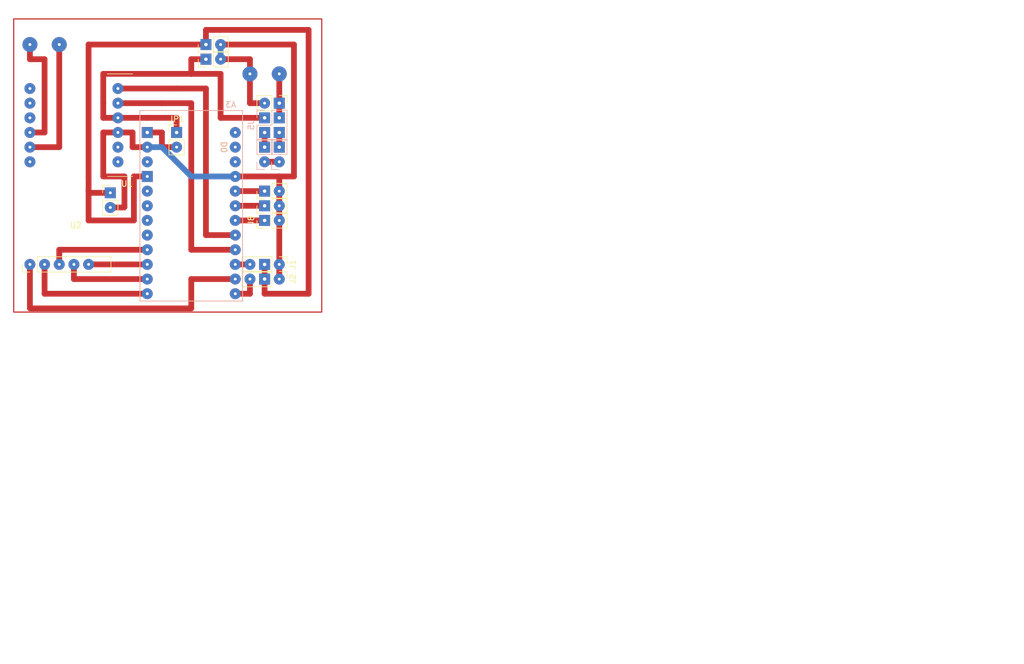
<source format=kicad_pcb>
(kicad_pcb (version 20221018) (generator pcbnew)
  (layers (0 "F.Cu" signal) (31 "B.Cu" signal) (34 "B.Paste" user) (35 "F.Paste" user) (36 "B.SilkS" user "B.Silkscreen") (37 "F.SilkS" user "F.Silkscreen") (38 "B.Mask" user) (39 "F.Mask" user) (44 "Edge.Cuts" user))
  (net 0 "")
  (net 1 "+5V")
  (net 2 "NRF_CE")
  (net 3 "NRF_CSN")
  (net 4 "NRF_SCK")
  (net 5 "NRF_MOSI")
  (net 6 "NRF_MISO")
  (net 7 "PIN_LED")
  (net 8 "PIN_SERVO")
  (net 9 "PIN_HORN")
  (net 10 "PIN_MOTOR_1")
  (net 11 "PIN_MOTOR_2")
  (net 20 "Net-(J6-Pin_1)")
  (net 21 "Net-(J6-Pin_2)")
  (net 28 "+8V")
  (net 29 "GND")
  (net 30 "+BATT")
  (net 31 "-BATT")
  (net 32 "Net-(JP1-B)")
  (net 33 "LAMPS")
  (net 34 "EXTRA")
  (footprint "Connector_PinHeader_2.54mm:PinHeader_1x02_P2.54mm_Vertical" (layer "F.Cu") (at 58.42 45.72 90)
    (fp_text reference "" (at 0 -2.33 90) (layer "F.SilkS"))
    (fp_text value "Extra")
    (fp_line (start -1.33 -1.33) (end 0 -1.33) (stroke (width 0.12)) (layer "F.SilkS"))
    (fp_line (start -1.33 0) (end -1.33 -1.33) (stroke (width 0.12)) (layer "F.SilkS"))
    (fp_line (start -1.33 1.27) (end -1.33 3.87) (stroke (width 0.12)) (layer "F.SilkS"))
    (fp_line (start -1.33 1.27) (end 1.33 1.27) (stroke (width 0.12)) (layer "F.SilkS"))
    (fp_line (start -1.33 3.87) (end 1.33 3.87) (stroke (width 0.12)) (layer "F.SilkS"))
    (fp_line (start 1.33 1.27) (end 1.33 3.87) (stroke (width 0.12)) (layer "F.SilkS"))
    (pad "1" thru_hole rect (at 0 0 90) (size 1.9 1.9) (drill 0.6) (layers "*.Cu" "*.Mask") (net 34 "EXTRA"))
    (pad "2" thru_hole oval (at 0 2.54 90) (size 1.9 1.9) (drill 0.5) (layers "*.Cu" "*.Mask") (net 29 "GND"))
  )
  (footprint "Connector_PinHeader_2.54mm:PinHeader_1x03_P2.54mm_Vertical" (layer "F.Cu") (at 60.96 58.42 -90)
    (fp_text reference "J1" (at 0 -2.33 90) (layer "F.SilkS"))
    (fp_text value "Led")
    (fp_line (start -1.33 -1.33) (end 0 -1.33) (stroke (width 0.12)) (layer "F.SilkS"))
    (fp_line (start -1.33 0) (end -1.33 -1.33) (stroke (width 0.12)) (layer "F.SilkS"))
    (fp_line (start -1.33 1.27) (end -1.33 6.41) (stroke (width 0.12)) (layer "F.SilkS"))
    (fp_line (start -1.33 1.27) (end 1.33 1.27) (stroke (width 0.12)) (layer "F.SilkS"))
    (fp_line (start -1.33 6.41) (end 1.33 6.41) (stroke (width 0.12)) (layer "F.SilkS"))
    (fp_line (start 1.33 1.27) (end 1.33 6.41) (stroke (width 0.12)) (layer "F.SilkS"))
    (pad "1" thru_hole oval (at 0 0 270) (size 1.9 1.9) (drill 0.5) (layers "*.Cu" "*.Mask") (net 29 "GND"))
    (pad "2" thru_hole rect (at 0 2.54 270) (size 1.9 1.9) (drill 0.6) (layers "*.Cu" "*.Mask") (net 1 "+5V"))
    (pad "3" thru_hole oval (at 0 5.08 270) (size 1.9 1.9) (drill 0.5) (layers "*.Cu" "*.Mask") (net 7 "PIN_LED"))
  )
  (footprint "" (layer "F.Cu") (at 22.86 20.32 90)
    (fp_text reference "" (at 0 0 90) (layer "F.SilkS") (effects (font (size 1.27 1.27))))
    (fp_text value "" (at 0 0 90) (layer "F.SilkS") (effects (font (size 1.27 1.27))))
    (pad "1" thru_hole oval (at 0 0) (size 2.6 2.6) (drill 0.5) (layers "*.Cu" "*.Mask") (net 20 "Net-(J6-Pin_1)"))
  )
  (footprint "Package_SO:TSSOP-16_4.4x5mm_P0.65mm" (layer "F.Cu") (at 25.4 35.56 180)
    (fp_text reference "U1" (at -9.188423 -8.883049) (layer "F.SilkS"))
    (fp_text value "DRV8833")
    (fp_line (start -7.986051 10.16) (end -10.186051 10.16) (stroke (width 0.12)) (layer "F.SilkS"))
    (fp_line (start -7.986051 10.16) (end -5.786051 10.16) (stroke (width 0.12)) (layer "F.SilkS"))
    (fp_line (start -5.82 -7.62) (end -10.16 -7.62) (stroke (width 0.12)) (layer "F.SilkS"))
    (pad "1" thru_hole oval (at 7.62 -5.08 90) (size 1.9 1.9) (drill 0.5) (layers "*.Cu" "*.Mask"))
    (pad "2" thru_hole oval (at 7.62 -2.54 90) (size 1.9 1.9) (drill 0.5) (layers "*.Cu" "*.Mask") (net 20 "Net-(J6-Pin_1)"))
    (pad "4" thru_hole oval (at 7.62 0 90) (size 1.9 1.9) (drill 0.5) (layers "*.Cu" "*.Mask") (net 21 "Net-(J6-Pin_2)"))
    (pad "5" thru_hole oval (at 7.62 5.08 90) (size 1.9 1.9) (drill 0.5) (layers "*.Cu" "*.Mask"))
    (pad "7" thru_hole oval (at 7.62 2.54 90) (size 1.9 1.9) (drill 0.5) (layers "*.Cu" "*.Mask"))
    (pad "8" thru_hole oval (at 7.62 7.62 90) (size 1.9 1.9) (drill 0.5) (layers "*.Cu" "*.Mask"))
    (pad "9" thru_hole oval (at -7.62 -2.54 90) (size 1.9 1.9) (drill 0.5) (layers "*.Cu" "*.Mask"))
    (pad "10" thru_hole oval (at -7.62 -5.08 90) (size 1.9 1.9) (drill 0.5) (layers "*.Cu" "*.Mask"))
    (pad "11" thru_hole oval (at -7.62 2.54 90) (size 1.9 1.9) (drill 0.5) (layers "*.Cu" "*.Mask") (net 28 "+8V"))
    (pad "13" thru_hole oval (at -7.62 0 90) (size 1.9 1.9) (drill 0.5) (layers "*.Cu" "*.Mask") (net 29 "GND"))
    (pad "15" thru_hole oval (at -7.62 5.08 90) (size 1.9 1.9) (drill 0.5) (layers "*.Cu" "*.Mask") (net 11 "PIN_MOTOR_2"))
    (pad "16" thru_hole oval (at -7.62 7.62 90) (size 1.9 1.9) (drill 0.5) (layers "*.Cu" "*.Mask") (net 10 "PIN_MOTOR_1"))
  )
  (footprint "" (layer "F.Cu") (at 55.88 25.4)
    (fp_text reference "" (at 0 0) (layer "F.SilkS") (effects (font (size 1.27 1.27))))
    (fp_text value "" (at 0 0) (layer "F.SilkS") (effects (font (size 1.27 1.27))))
    (pad "2" thru_hole oval (at 0 0 270) (size 2.6 2.6) (drill 0.5) (layers "*.Cu" "*.Mask") (net 29 "GND"))
  )
  (footprint "Connector_PinHeader_2.54mm:PinHeader_1x02_P2.54mm_Vertical" (layer "F.Cu") (at 60.96 30.48 -90)
    (fp_text reference "" (at 0 -2.33 -270) (layer "F.SilkS"))
    (fp_text value "Power")
    (fp_line (start -1.33 -1.33) (end 0 -1.33) (stroke (width 0.12)) (layer "F.SilkS"))
    (fp_line (start -1.33 0) (end -1.33 -1.33) (stroke (width 0.12)) (layer "F.SilkS"))
    (fp_line (start -1.33 1.27) (end -1.33 3.87) (stroke (width 0.12)) (layer "F.SilkS"))
    (fp_line (start -1.33 1.27) (end 1.33 1.27) (stroke (width 0.12)) (layer "F.SilkS"))
    (fp_line (start -1.33 3.87) (end 1.33 3.87) (stroke (width 0.12)) (layer "F.SilkS"))
    (fp_line (start 1.33 1.27) (end 1.33 3.87) (stroke (width 0.12)) (layer "F.SilkS"))
    (pad "1" thru_hole rect (at 0 0 270) (size 1.9 1.9) (drill 0.6) (layers "*.Cu" "*.Mask") (net 28 "+8V"))
    (pad "2" thru_hole oval (at 0 2.54 270) (size 1.9 1.9) (drill 0.5) (layers "*.Cu" "*.Mask") (net 29 "GND"))
  )
  (footprint "Connector_PinHeader_2.54mm:PinHeader_1x02_P2.54mm_Vertical" (layer "F.Cu") (at 48.26 22.86 90)
    (fp_text reference "" (at 0 -2.33 90) (layer "F.SilkS"))
    (fp_text value "Reg-IN")
    (fp_line (start -1.33 -1.33) (end 0 -1.33) (stroke (width 0.12)) (layer "F.SilkS"))
    (fp_line (start -1.33 0) (end -1.33 -1.33) (stroke (width 0.12)) (layer "F.SilkS"))
    (fp_line (start -1.33 1.27) (end -1.33 3.87) (stroke (width 0.12)) (layer "F.SilkS"))
    (fp_line (start -1.33 1.27) (end 1.33 1.27) (stroke (width 0.12)) (layer "F.SilkS"))
    (fp_line (start -1.33 3.87) (end 1.33 3.87) (stroke (width 0.12)) (layer "F.SilkS"))
    (fp_line (start 1.33 1.27) (end 1.33 3.87) (stroke (width 0.12)) (layer "F.SilkS"))
    (pad "1" thru_hole rect (at 0 0 90) (size 1.9 1.9) (drill 0.6) (layers "*.Cu" "*.Mask") (net 28 "+8V"))
    (pad "2" thru_hole oval (at 0 2.54 90) (size 1.9 1.9) (drill 0.5) (layers "*.Cu" "*.Mask") (net 29 "GND"))
  )
  (footprint "Connector_PinHeader_2.54mm:PinHeader_1x02_P2.54mm_Vertical" (layer "F.Cu") (at 58.42 50.8 90)
    (fp_text reference "J8" (at 0 -2.33 90) (layer "F.SilkS"))
    (fp_text value "Horn")
    (fp_line (start -1.33 -1.33) (end 0 -1.33) (stroke (width 0.12)) (layer "F.SilkS"))
    (fp_line (start -1.33 0) (end -1.33 -1.33) (stroke (width 0.12)) (layer "F.SilkS"))
    (fp_line (start -1.33 1.27) (end -1.33 3.87) (stroke (width 0.12)) (layer "F.SilkS"))
    (fp_line (start -1.33 1.27) (end 1.33 1.27) (stroke (width 0.12)) (layer "F.SilkS"))
    (fp_line (start -1.33 3.87) (end 1.33 3.87) (stroke (width 0.12)) (layer "F.SilkS"))
    (fp_line (start 1.33 1.27) (end 1.33 3.87) (stroke (width 0.12)) (layer "F.SilkS"))
    (pad "1" thru_hole rect (at 0 0 90) (size 1.9 1.9) (drill 0.6) (layers "*.Cu" "*.Mask") (net 9 "PIN_HORN"))
    (pad "2" thru_hole oval (at 0 2.54 90) (size 1.9 1.9) (drill 0.5) (layers "*.Cu" "*.Mask") (net 29 "GND"))
  )
  (footprint "Connector_PinHeader_2.54mm:PinHeader_1x03_P2.54mm_Vertical" (layer "F.Cu") (at 60.96 60.96 -90)
    (fp_text reference "J2" (at 0 -2.33 90) (layer "F.SilkS"))
    (fp_text value "Servo")
    (fp_line (start -1.33 -1.33) (end 0 -1.33) (stroke (width 0.12)) (layer "F.SilkS"))
    (fp_line (start -1.33 0) (end -1.33 -1.33) (stroke (width 0.12)) (layer "F.SilkS"))
    (fp_line (start -1.33 1.27) (end -1.33 6.41) (stroke (width 0.12)) (layer "F.SilkS"))
    (fp_line (start -1.33 1.27) (end 1.33 1.27) (stroke (width 0.12)) (layer "F.SilkS"))
    (fp_line (start -1.33 6.41) (end 1.33 6.41) (stroke (width 0.12)) (layer "F.SilkS"))
    (fp_line (start 1.33 1.27) (end 1.33 6.41) (stroke (width 0.12)) (layer "F.SilkS"))
    (pad "1" thru_hole oval (at 0 0 270) (size 1.9 1.9) (drill 0.5) (layers "*.Cu" "*.Mask") (net 29 "GND"))
    (pad "2" thru_hole rect (at 0 2.54 270) (size 1.9 1.9) (drill 0.6) (layers "*.Cu" "*.Mask") (net 1 "+5V"))
    (pad "3" thru_hole oval (at 0 5.08 270) (size 1.9 1.9) (drill 0.5) (layers "*.Cu" "*.Mask") (net 8 "PIN_SERVO"))
  )
  (footprint "" (layer "F.Cu") (at 17.78 20.32 90)
    (fp_text reference "" (at 0 0 90) (layer "F.SilkS") (effects (font (size 1.27 1.27))))
    (fp_text value "" (at 0 0 90) (layer "F.SilkS") (effects (font (size 1.27 1.27))))
    (pad "2" thru_hole oval (at 0 0) (size 2.6 2.6) (drill 0.5) (layers "*.Cu" "*.Mask") (net 21 "Net-(J6-Pin_2)"))
  )
  (footprint "Connector_PinHeader_2.54mm:PinHeader_1x02_P2.54mm_Vertical" (layer "F.Cu") (at 43.18 35.56)
    (fp_text reference "JP1" (at 0 -2.33) (layer "F.SilkS"))
    (fp_text value "Use regulator")
    (fp_line (start -1.33 -1.33) (end 0 -1.33) (stroke (width 0.12)) (layer "F.SilkS"))
    (fp_line (start -1.33 0) (end -1.33 -1.33) (stroke (width 0.12)) (layer "F.SilkS"))
    (fp_line (start -1.33 1.27) (end -1.33 3.87) (stroke (width 0.12)) (layer "F.SilkS"))
    (fp_line (start -1.33 1.27) (end 1.33 1.27) (stroke (width 0.12)) (layer "F.SilkS"))
    (fp_line (start -1.33 3.87) (end 1.33 3.87) (stroke (width 0.12)) (layer "F.SilkS"))
    (fp_line (start 1.33 1.27) (end 1.33 3.87) (stroke (width 0.12)) (layer "F.SilkS"))
    (pad "1" thru_hole rect (at 0 0) (size 1.9 1.9) (drill 0.6) (layers "*.Cu" "*.Mask") (net 28 "+8V"))
    (pad "2" thru_hole oval (at 0 2.54) (size 1.9 1.9) (drill 0.5) (layers "*.Cu" "*.Mask") (net 32 "Net-(JP1-B)"))
  )
  (footprint "Connector_PinHeader_2.54mm:PinHeader_1x02_P2.54mm_Vertical" (layer "F.Cu") (at 48.26 20.32 90)
    (fp_text reference "" (at 0 -2.33 90) (layer "F.SilkS"))
    (fp_text value "Reg-OUT")
    (fp_line (start -1.33 -1.33) (end 0 -1.33) (stroke (width 0.12)) (layer "F.SilkS"))
    (fp_line (start -1.33 0) (end -1.33 -1.33) (stroke (width 0.12)) (layer "F.SilkS"))
    (fp_line (start -1.33 1.27) (end -1.33 3.87) (stroke (width 0.12)) (layer "F.SilkS"))
    (fp_line (start -1.33 1.27) (end 1.33 1.27) (stroke (width 0.12)) (layer "F.SilkS"))
    (fp_line (start -1.33 3.87) (end 1.33 3.87) (stroke (width 0.12)) (layer "F.SilkS"))
    (fp_line (start 1.33 1.27) (end 1.33 3.87) (stroke (width 0.12)) (layer "F.SilkS"))
    (pad "1" thru_hole rect (at 0 0 90) (size 1.9 1.9) (drill 0.6) (layers "*.Cu" "*.Mask") (net 1 "+5V"))
    (pad "2" thru_hole oval (at 0 2.54 90) (size 1.9 1.9) (drill 0.5) (layers "*.Cu" "*.Mask") (net 29 "GND"))
  )
  (footprint "Arduino pro mini:NRF24L01" (layer "F.Cu") (at 25.713297 52.152374)
    (fp_text reference "U2" (at 0 -0.5 unlocked) (layer "F.SilkS"))
    (fp_text value "NRF24L01")
    (fp_line (start -9.263297 7.597626) (end -9.263297 6.267626) (stroke (width 0.12)) (layer "F.SilkS"))
    (fp_line (start -7.933297 7.597626) (end -9.263297 7.597626) (stroke (width 0.12)) (layer "F.SilkS"))
    (fp_line (start -6.663297 4.937626) (end 6.096703 4.937626) (stroke (width 0.12)) (layer "F.SilkS"))
    (fp_line (start -6.663297 7.597626) (end -6.663297 4.937626) (stroke (width 0.12)) (layer "F.SilkS"))
    (fp_line (start -6.663297 7.597626) (end 6.096703 7.597626) (stroke (width 0.12)) (layer "F.SilkS"))
    (fp_line (start 4.654 -7.467) (end 5.984 -7.467) (stroke (width 0.12)) (layer "F.SilkS"))
    (fp_line (start 4.654 -6.137) (end 4.654 -7.467) (stroke (width 0.12)) (layer "F.SilkS"))
    (fp_line (start 4.654 -4.867) (end 4.654 -2.267) (stroke (width 0.12)) (layer "F.SilkS"))
    (fp_line (start 4.654 -4.867) (end 7.314 -4.867) (stroke (width 0.12)) (layer "F.SilkS"))
    (fp_line (start 4.654 -2.267) (end 7.314 -2.267) (stroke (width 0.12)) (layer "F.SilkS"))
    (fp_line (start 6.096703 7.597626) (end 6.096703 4.937626) (stroke (width 0.12)) (layer "F.SilkS"))
    (fp_line (start 7.314 -4.867) (end 7.314 -2.267) (stroke (width 0.12)) (layer "F.SilkS"))
    (pad "1" thru_hole oval (at 5.984 -3.597 90) (size 1.9 1.9) (drill 0.5) (layers "*.Cu" "*.Mask") (net 29 "GND"))
    (pad "2" thru_hole rect (at 5.984 -6.137) (size 1.9 1.9) (drill 0.5) (layers "*.Cu" "*.Mask") (net 1 "+5V"))
    (pad "3" thru_hole oval (at -7.933297 6.267626 90) (size 1.9 1.9) (drill 0.5) (layers "*.Cu" "*.Mask") (net 2 "NRF_CE"))
    (pad "4" thru_hole oval (at -5.393297 6.267626 90) (size 1.9 1.9) (drill 0.5) (layers "*.Cu" "*.Mask") (net 3 "NRF_CSN"))
    (pad "5" thru_hole oval (at -2.853297 6.267626 90) (size 1.9 1.9) (drill 0.5) (layers "*.Cu" "*.Mask") (net 4 "NRF_SCK"))
    (pad "6" thru_hole oval (at -0.313297 6.267626 90) (size 1.9 1.9) (drill 0.5) (layers "*.Cu" "*.Mask") (net 5 "NRF_MOSI"))
    (pad "7" thru_hole oval (at 2.226703 6.267626 90) (size 1.9 1.9) (drill 0.5) (layers "*.Cu" "*.Mask") (net 6 "NRF_MISO"))
  )
  (footprint "Connector_PinHeader_2.54mm:PinHeader_1x02_P2.54mm_Vertical" (layer "F.Cu") (at 58.42 48.26 90)
    (fp_text reference "" (at 0 -2.33 90) (layer "F.SilkS"))
    (fp_text value "Lamps")
    (fp_line (start -1.33 -1.33) (end 0 -1.33) (stroke (width 0.12)) (layer "F.SilkS"))
    (fp_line (start -1.33 0) (end -1.33 -1.33) (stroke (width 0.12)) (layer "F.SilkS"))
    (fp_line (start -1.33 1.27) (end -1.33 3.87) (stroke (width 0.12)) (layer "F.SilkS"))
    (fp_line (start -1.33 1.27) (end 1.33 1.27) (stroke (width 0.12)) (layer "F.SilkS"))
    (fp_line (start -1.33 3.87) (end 1.33 3.87) (stroke (width 0.12)) (layer "F.SilkS"))
    (fp_line (start 1.33 1.27) (end 1.33 3.87) (stroke (width 0.12)) (layer "F.SilkS"))
    (pad "1" thru_hole rect (at 0 0 90) (size 1.9 1.9) (drill 0.6) (layers "*.Cu" "*.Mask") (net 33 "LAMPS"))
    (pad "2" thru_hole oval (at 0 2.54 90) (size 1.9 1.9) (drill 0.5) (layers "*.Cu" "*.Mask") (net 29 "GND"))
  )
  (footprint "" (layer "F.Cu") (at 60.96 25.4)
    (fp_text reference "" (at 0 0) (layer "F.SilkS") (effects (font (size 1.27 1.27))))
    (fp_text value "" (at 0 0) (layer "F.SilkS") (effects (font (size 1.27 1.27))))
    (pad "1" thru_hole oval (at 0 0 270) (size 2.6 2.6) (drill 0.5) (layers "*.Cu" "*.Mask") (net 28 "+8V"))
  )
  (footprint "Connector_PinHeader_2.54mm:PinHeader_2x02_P2.54mm_Vertical" (layer "B.Cu") (at 58.42 33.02 -90)
    (fp_text reference "J5" (at 1.27 2.33 90) (layer "B.SilkS") (effects (justify mirror)))
    (fp_text value "Switch")
    (fp_line (start -1.33 -3.87) (end 3.87 -3.87) (stroke (width 0.12)) (layer "B.SilkS"))
    (fp_line (start -1.33 -1.27) (end -1.33 -3.87) (stroke (width 0.12)) (layer "B.SilkS"))
    (fp_line (start -1.33 -1.27) (end 1.27 -1.27) (stroke (width 0.12)) (layer "B.SilkS"))
    (fp_line (start -1.33 0) (end -1.33 1.33) (stroke (width 0.12)) (layer "B.SilkS"))
    (fp_line (start -1.33 1.33) (end 0 1.33) (stroke (width 0.12)) (layer "B.SilkS"))
    (fp_line (start 1.27 -1.27) (end 1.27 1.33) (stroke (width 0.12)) (layer "B.SilkS"))
    (fp_line (start 1.27 1.33) (end 3.87 1.33) (stroke (width 0.12)) (layer "B.SilkS"))
    (fp_line (start 3.87 1.33) (end 3.87 -3.87) (stroke (width 0.12)) (layer "B.SilkS"))
    (pad "1" thru_hole rect (at 0 0 270) (size 1.9 1.9) (drill 0.6) (layers "*.Cu" "*.Mask") (net 28 "+8V"))
    (pad "2" thru_hole rect (at 2.54 0 270) (size 1.9 1.9) (drill 0.6) (layers "*.Cu" "*.Mask") (net 30 "+BATT"))
    (pad "3" thru_hole rect (at 0 -2.54 270) (size 1.9 1.9) (drill 0.6) (layers "*.Cu" "*.Mask") (net 28 "+8V"))
    (pad "4" thru_hole rect (at 2.54 -2.54 270) (size 1.9 1.9) (drill 0.6) (layers "*.Cu" "*.Mask") (net 30 "+BATT"))
  )
  (footprint "PCM_arduino-library:Arduino_Pro_Mini_Socket_NoSPH" (layer "B.Cu") (at 45.72 48.26 180)
    (fp_text reference "A3" (at -6.858 17.526) (layer "B.SilkS") (effects (justify mirror)))
    (fp_text value "Arduino Pro Mini")
    (fp_text user "D0" (at -5.715 10.16 90 unlocked) (layer "B.SilkS") (effects (justify mirror)))
    (fp_text user "D0" (at -5.715 10.16 90 unlocked) (layer "F.SilkS"))
    (fp_line (start -8.89 16.51) (end -8.89 -16.51) (stroke (width 0.15)) (layer "B.SilkS"))
    (fp_line (start 8.89 -16.51) (end -8.89 -16.51) (stroke (width 0.15)) (layer "B.SilkS"))
    (fp_line (start 8.89 16.51) (end -8.89 16.51) (stroke (width 0.15)) (layer "B.SilkS"))
    (fp_line (start 8.89 16.51) (end 8.89 -16.51) (stroke (width 0.15)) (layer "B.SilkS"))
    (pad "A0" thru_hole oval (at 7.62 -5.08 180) (size 1.9 1.9) (drill 0.5) (layers "*.Cu" "*.Mask"))
    (pad "A1" thru_hole oval (at 7.62 -2.54 180) (size 1.9 1.9) (drill 0.5) (layers "*.Cu" "*.Mask"))
    (pad "A2" thru_hole oval (at 7.62 0 180) (size 1.9 1.9) (drill 0.5) (layers "*.Cu" "*.Mask"))
    (pad "A3" thru_hole oval (at 7.62 2.54 180) (size 1.9 1.9) (drill 0.5) (layers "*.Cu" "*.Mask"))
    (pad "D0" thru_hole oval (at -7.62 10.16 180) (size 1.9 1.9) (drill 0.5) (layers "*.Cu" "*.Mask"))
    (pad "D1" thru_hole oval (at -7.62 12.7 180) (size 1.9 1.9) (drill 0.5) (layers "*.Cu" "*.Mask"))
    (pad "D2" thru_hole oval (at -7.62 2.54 180) (size 1.9 1.9) (drill 0.5) (layers "*.Cu" "*.Mask") (net 34 "EXTRA"))
    (pad "D3" thru_hole oval (at -7.62 0 180) (size 1.9 1.9) (drill 0.5) (layers "*.Cu" "*.Mask") (net 33 "LAMPS"))
    (pad "D4" thru_hole oval (at -7.62 -2.54 180) (size 1.9 1.9) (drill 0.5) (layers "*.Cu" "*.Mask") (net 9 "PIN_HORN"))
    (pad "D5" thru_hole oval (at -7.62 -5.08 180) (size 1.9 1.9) (drill 0.5) (layers "*.Cu" "*.Mask") (net 10 "PIN_MOTOR_1"))
    (pad "D6" thru_hole oval (at -7.62 -7.62 180) (size 1.9 1.9) (drill 0.5) (layers "*.Cu" "*.Mask") (net 11 "PIN_MOTOR_2"))
    (pad "D7" thru_hole oval (at -7.62 -10.16 180) (size 1.9 1.9) (drill 0.5) (layers "*.Cu" "*.Mask") (net 7 "PIN_LED"))
    (pad "D8" thru_hole oval (at -7.62 -12.7 180) (size 1.9 1.9) (drill 0.5) (layers "*.Cu" "*.Mask") (net 2 "NRF_CE"))
    (pad "D9" thru_hole oval (at -7.62 -15.24 180) (size 1.9 1.9) (drill 0.5) (layers "*.Cu" "*.Mask") (net 8 "PIN_SERVO"))
    (pad "D10" thru_hole oval (at 7.62 -15.24 180) (size 1.9 1.9) (drill 0.5) (layers "*.Cu" "*.Mask") (net 3 "NRF_CSN"))
    (pad "D11" thru_hole oval (at 7.62 -12.7 180) (size 1.9 1.9) (drill 0.5) (layers "*.Cu" "*.Mask") (net 5 "NRF_MOSI"))
    (pad "D12" thru_hole oval (at 7.62 -10.16 180) (size 1.9 1.9) (drill 0.5) (layers "*.Cu" "*.Mask") (net 6 "NRF_MISO"))
    (pad "D13" thru_hole oval (at 7.62 -7.62 180) (size 1.9 1.9) (drill 0.5) (layers "*.Cu" "*.Mask") (net 4 "NRF_SCK"))
    (pad "GND1" thru_hole oval (at -7.62 5.08 180) (size 1.9 1.9) (drill 0.5) (layers "*.Cu" "*.Mask") (net 29 "GND"))
    (pad "GND2" thru_hole oval (at 7.62 10.16 180) (size 1.9 1.9) (drill 0.5) (layers "*.Cu" "*.Mask") (net 29 "GND"))
    (pad "RAW" thru_hole rect (at 7.62 12.7 180) (size 1.9 1.9) (drill 0.6) (layers "*.Cu" "*.Mask") (net 32 "Net-(JP1-B)"))
    (pad "RST1" thru_hole oval (at -7.62 7.62 180) (size 1.9 1.9) (drill 0.5) (layers "*.Cu" "*.Mask"))
    (pad "RST2" thru_hole oval (at 7.62 7.62 180) (size 1.9 1.9) (drill 0.5) (layers "*.Cu" "*.Mask"))
    (pad "Vcc1" thru_hole rect (at 7.62 5.08 180) (size 1.9 1.9) (drill 0.5) (layers "*.Cu" "*.Mask") (net 1 "+5V"))
  )
  (footprint "Connector_PinHeader_2.54mm:PinHeader_1x02_P2.54mm_Vertical" (layer "B.Cu") (at 58.42 40.64)
    (fp_text reference "" (at 0 2.33) (layer "F.SilkS"))
    (fp_text value "BarGraph")
    (fp_line (start -1.33 -3.87) (end 1.33 -3.87) (stroke (width 0.12)) (layer "B.SilkS"))
    (fp_line (start -1.33 -1.27) (end -1.33 -3.87) (stroke (width 0.12)) (layer "B.SilkS"))
    (fp_line (start -1.33 -1.27) (end 1.33 -1.27) (stroke (width 0.12)) (layer "B.SilkS"))
    (fp_line (start -1.33 0) (end -1.33 1.33) (stroke (width 0.12)) (layer "B.SilkS"))
    (fp_line (start -1.33 1.33) (end 0 1.33) (stroke (width 0.12)) (layer "B.SilkS"))
    (fp_line (start 1.33 -1.27) (end 1.33 -3.87) (stroke (width 0.12)) (layer "B.SilkS"))
    (pad "1" thru_hole oval (at 0 0) (size 1.9 1.9) (drill 0.5) (layers "*.Cu" "*.Mask") (net 31 "-BATT"))
    (pad "2" thru_hole rect (at 0 -2.54) (size 1.9 1.9) (drill 0.6) (layers "*.Cu" "*.Mask") (net 30 "+BATT"))
  )
  (footprint "Connector_PinHeader_2.54mm:PinHeader_1x02_P2.54mm_Vertical" (layer "B.Cu") (at 60.96 40.64)
    (fp_text reference "" (at 0 2.33) (layer "F.SilkS"))
    (fp_text value "Battery")
    (fp_line (start -1.33 -3.87) (end 1.33 -3.87) (stroke (width 0.12)) (layer "B.SilkS"))
    (fp_line (start -1.33 -1.27) (end -1.33 -3.87) (stroke (width 0.12)) (layer "B.SilkS"))
    (fp_line (start -1.33 -1.27) (end 1.33 -1.27) (stroke (width 0.12)) (layer "B.SilkS"))
    (fp_line (start -1.33 0) (end -1.33 1.33) (stroke (width 0.12)) (layer "B.SilkS"))
    (fp_line (start -1.33 1.33) (end 0 1.33) (stroke (width 0.12)) (layer "B.SilkS"))
    (fp_line (start 1.33 -1.27) (end 1.33 -3.87) (stroke (width 0.12)) (layer "B.SilkS"))
    (pad "1" thru_hole oval (at 0 0) (size 1.9 1.9) (drill 0.5) (layers "*.Cu" "*.Mask") (net 31 "-BATT"))
    (pad "2" thru_hole rect (at 0 -2.54) (size 1.9 1.9) (drill 0.6) (layers "*.Cu" "*.Mask") (net 30 "+BATT"))
  )
  (gr_rect (start 14.970597 15.879576) (end 68.310597 66.679576) (stroke (width 0.2)) (fill none) (layer "F.Cu"))
  (segment (start 31.697297 46.015374) (end 28.235374 46.015374) (width 1) (layer "F.Cu") (net 1))
  (segment (start 66.04 63.5) (end 58.42 63.5) (width 1) (layer "F.Cu") (net 1))
  (segment (start 27.94 43.18) (end 27.94 20.32) (width 1) (layer "F.Cu") (net 1))
  (segment (start 35.785185 50.8) (end 27.94 50.8) (width 1) (layer "F.Cu") (net 1))
  (segment (start 38.1 43.18) (end 35.785185 43.18) (width 1) (layer "F.Cu") (net 1))
  (segment (start 48.26 20.32) (end 27.94 20.32) (width 1) (layer "F.Cu") (net 1))
  (segment (start 66.04 17.78) (end 66.04 63.5) (width 1) (layer "F.Cu") (net 1))
  (segment (start 58.42 63.5) (end 58.42 58.42) (width 1) (layer "F.Cu") (net 1))
  (segment (start 27.94 45.72) (end 27.94 43.18) (width 1) (layer "F.Cu") (net 1))
  (segment (start 48.26 20.32) (end 48.26 17.78) (width 1) (layer "F.Cu") (net 1))
  (segment (start 28.235374 46.015374) (end 27.94 45.72) (width 1) (layer "F.Cu") (net 1))
  (segment (start 35.785185 43.18) (end 35.785185 50.8) (width 1) (layer "F.Cu") (net 1))
  (segment (start 48.26 17.78) (end 66.04 17.78) (width 1) (layer "F.Cu") (net 1))
  (segment (start 27.94 50.8) (end 27.94 45.72) (width 1) (layer "F.Cu") (net 1))
  (segment (start 45.72 60.96) (end 45.72 66.04) (width 1) (layer "F.Cu") (net 2))
  (segment (start 17.78 58.42) (end 17.78 65.879576) (width 1) (layer "F.Cu") (net 2))
  (segment (start 17.78 66.04) (end 45.72 66.04) (width 1) (layer "F.Cu") (net 2))
  (segment (start 53.34 60.96) (end 45.72 60.96) (width 1) (layer "F.Cu") (net 2))
  (segment (start 20.32 58.42) (end 20.32 63.5) (width 1) (layer "F.Cu") (net 3))
  (segment (start 20.32 63.5) (end 38.1 63.5) (width 1) (layer "F.Cu") (net 3))
  (segment (start 22.86 55.88) (end 22.86 58.42) (width 1) (layer "F.Cu") (net 4))
  (segment (start 38.1 55.88) (end 22.86 55.88) (width 1) (layer "F.Cu") (net 4))
  (segment (start 25.4 60.96) (end 38.1 60.96) (width 1) (layer "F.Cu") (net 5))
  (segment (start 25.4 58.42) (end 25.4 60.96) (width 1) (layer "F.Cu") (net 5))
  (segment (start 27.94 58.42) (end 38.1 58.42) (width 1) (layer "F.Cu") (net 6))
  (segment (start 53.422374 58.42) (end 55.88 58.42) (width 1) (layer "F.Cu") (net 7))
  (segment (start 55.88 63.5) (end 55.88 60.96) (width 1) (layer "F.Cu") (net 8))
  (segment (start 53.34 63.5) (end 55.88 63.5) (width 1) (layer "F.Cu") (net 8))
  (segment (start 53.34 50.8) (end 58.42 50.8) (width 1) (layer "F.Cu") (net 9))
  (segment (start 33.02 27.94) (end 43.18 27.94) (width 1) (layer "F.Cu") (net 10))
  (segment (start 48.26 27.94) (end 43.18 27.94) (width 1) (layer "F.Cu") (net 10))
  (segment (start 48.26 27.94) (end 48.26 53.34) (width 1) (layer "F.Cu") (net 10))
  (segment (start 48.26 53.34) (end 53.34 53.34) (width 1) (layer "F.Cu") (net 10))
  (segment (start 45.72 55.88) (end 53.34 55.88) (width 1) (layer "F.Cu") (net 11))
  (segment (start 45.72 30.48) (end 45.72 55.88) (width 1) (layer "F.Cu") (net 11))
  (segment (start 40.64 30.48) (end 33.02 30.48) (width 1) (layer "F.Cu") (net 11))
  (segment (start 45.72 30.48) (end 40.64 30.48) (width 1) (layer "F.Cu") (net 11))
  (segment (start 17.78 38.1) (end 22.86 38.1) (width 1) (layer "F.Cu") (net 20))
  (segment (start 22.86 38.1) (end 22.86 20.32) (width 1) (layer "F.Cu") (net 20))
  (segment (start 17.78 35.56) (end 20.32 35.56) (width 1) (layer "F.Cu") (net 21))
  (segment (start 20.32 22.86) (end 17.78 22.86) (width 1) (layer "F.Cu") (net 21))
  (segment (start 17.78 22.86) (end 17.78 20.32) (width 1) (layer "F.Cu") (net 21))
  (segment (start 20.32 35.56) (end 20.32 22.86) (width 1) (layer "F.Cu") (net 21))
  (segment (start 30.48 30.48) (end 30.48 25.4) (width 1) (layer "F.Cu") (net 28))
  (segment (start 43.18 33.02) (end 38.1 33.02) (width 1) (layer "F.Cu") (net 28))
  (segment (start 50.8 33.02) (end 50.8 25.4) (width 1) (layer "F.Cu") (net 28))
  (segment (start 45.72 25.4) (end 30.48 25.4) (width 1) (layer "F.Cu") (net 28))
  (segment (start 60.96 33.02) (end 60.96 30.48) (width 1) (layer "F.Cu") (net 28))
  (segment (start 38.1 33.02) (end 33.02 33.02) (width 1) (layer "F.Cu") (net 28))
  (segment (start 45.72 25.4) (end 45.72 22.86) (width 1) (layer "F.Cu") (net 28))
  (segment (start 50.8 25.4) (end 45.72 25.4) (width 1) (layer "F.Cu") (net 28))
  (segment (start 30.48 33.02) (end 33.02 33.02) (width 1) (layer "F.Cu") (net 28))
  (segment (start 30.48 30.48) (end 30.48 33.02) (width 1) (layer "F.Cu") (net 28))
  (segment (start 43.18 35.56) (end 43.18 33.02) (width 1) (layer "F.Cu") (net 28))
  (segment (start 48.26 22.86) (end 45.72 22.86) (width 1) (layer "F.Cu") (net 28))
  (segment (start 60.96 25.4) (end 60.96 30.48) (width 1) (layer "F.Cu") (net 28))
  (segment (start 58.42 33.02) (end 50.8 33.02) (width 1) (layer "F.Cu") (net 28))
  (segment (start 60.96 43.18) (end 63.5 43.18) (width 1) (layer "F.Cu") (net 29))
  (segment (start 30.48 35.56) (end 30.48 43.18) (width 1) (layer "F.Cu") (net 29))
  (segment (start 34.151476 43.18) (end 34.151476 48.468524) (width 1) (layer "F.Cu") (net 29))
  (segment (start 33.02 35.56) (end 30.48 35.56) (width 1) (layer "F.Cu") (net 29))
  (segment (start 34.064626 48.555374) (end 31.697297 48.555374) (width 1) (layer "F.Cu") (net 29))
  (segment (start 60.96 43.18) (end 60.96 45.72) (width 1) (layer "F.Cu") (net 29))
  (segment (start 55.88 30.48) (end 55.88 25.4) (width 1) (layer "F.Cu") (net 29))
  (segment (start 50.8 22.86) (end 55.88 22.86) (width 1) (layer "F.Cu") (net 29))
  (segment (start 50.8 20.32) (end 63.5 20.32) (width 1) (layer "F.Cu") (net 29))
  (segment (start 60.96 45.72) (end 60.96 60.96) (width 1) (layer "F.Cu") (net 29))
  (segment (start 35.56 38.1) (end 35.56 35.56) (width 1) (layer "F.Cu") (net 29))
  (segment (start 38.1 38.1) (end 35.56 38.1) (width 1) (layer "F.Cu") (net 29))
  (segment (start 53.34 43.18) (end 60.96 43.18) (width 1) (layer "F.Cu") (net 29))
  (segment (start 30.48 43.18) (end 34.151476 43.18) (width 1) (layer "F.Cu") (net 29))
  (segment (start 58.42 30.48) (end 55.88 30.48) (width 1) (layer "F.Cu") (net 29))
  (segment (start 34.151476 48.468524) (end 34.064626 48.555374) (width 1) (layer "F.Cu") (net 29))
  (segment (start 55.88 22.86) (end 55.88 25.4) (width 1) (layer "F.Cu") (net 29))
  (segment (start 63.5 20.32) (end 63.5 43.18) (width 1) (layer "F.Cu") (net 29))
  (segment (start 35.56 35.56) (end 33.02 35.56) (width 1) (layer "F.Cu") (net 29))
  (segment (start 50.8 22.86) (end 50.8 20.32) (width 1) (layer "B.Cu") (net 29))
  (segment (start 45.72 43.18) (end 40.64 38.1) (width 1) (layer "B.Cu") (net 29))
  (segment (start 40.64 38.1) (end 38.1 38.1) (width 1) (layer "B.Cu") (net 29))
  (segment (start 53.34 43.18) (end 45.72 43.18) (width 1) (layer "B.Cu") (net 29))
  (segment (start 58.42 35.56) (end 58.42 38.1) (width 1) (layer "F.Cu") (net 30))
  (segment (start 60.96 35.56) (end 60.96 38.1) (width 1) (layer "F.Cu") (net 30))
  (segment (start 60.96 40.64) (end 58.42 40.64) (width 1) (layer "F.Cu") (net 31))
  (segment (start 40.64 38.1) (end 43.18 38.1) (width 1) (layer "F.Cu") (net 32))
  (segment (start 40.64 35.56) (end 38.1 35.56) (width 1) (layer "F.Cu") (net 32))
  (segment (start 40.64 35.56) (end 40.64 38.1) (width 1) (layer "F.Cu") (net 32))
  (segment (start 53.34 48.26) (end 58.42 48.26) (width 1) (layer "F.Cu") (net 33))
  (segment (start 53.34 45.72) (end 58.42 45.72) (width 1) (layer "F.Cu") (net 34))
)
</source>
